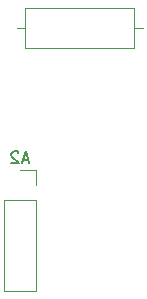
<source format=gbr>
%TF.GenerationSoftware,KiCad,Pcbnew,(5.1.12)-1*%
%TF.CreationDate,2022-06-03T18:51:51+02:00*%
%TF.ProjectId,pypilot-dome,70797069-6c6f-4742-9d64-6f6d652e6b69,rev?*%
%TF.SameCoordinates,Original*%
%TF.FileFunction,Legend,Bot*%
%TF.FilePolarity,Positive*%
%FSLAX46Y46*%
G04 Gerber Fmt 4.6, Leading zero omitted, Abs format (unit mm)*
G04 Created by KiCad (PCBNEW (5.1.12)-1) date 2022-06-03 18:51:51*
%MOMM*%
%LPD*%
G01*
G04 APERTURE LIST*
%ADD10C,0.120000*%
%ADD11C,0.150000*%
G04 APERTURE END LIST*
D10*
%TO.C,A2*%
X97850000Y-38795000D02*
X95190000Y-38795000D01*
X97850000Y-31115000D02*
X97850000Y-38795000D01*
X95190000Y-31115000D02*
X95190000Y-38795000D01*
X97850000Y-31115000D02*
X95190000Y-31115000D01*
X97850000Y-29845000D02*
X97850000Y-28515000D01*
X97850000Y-28515000D02*
X96520000Y-28515000D01*
%TO.C,R10*%
X96980000Y-18230000D02*
X96980000Y-14790000D01*
X96980000Y-14790000D02*
X106220000Y-14790000D01*
X106220000Y-14790000D02*
X106220000Y-18230000D01*
X106220000Y-18230000D02*
X96980000Y-18230000D01*
X96290000Y-16510000D02*
X96980000Y-16510000D01*
X106910000Y-16510000D02*
X106220000Y-16510000D01*
%TO.C,A2*%
D11*
X97234285Y-27681666D02*
X96758095Y-27681666D01*
X97329523Y-27967380D02*
X96996190Y-26967380D01*
X96662857Y-27967380D01*
X96377142Y-27062619D02*
X96329523Y-27015000D01*
X96234285Y-26967380D01*
X95996190Y-26967380D01*
X95900952Y-27015000D01*
X95853333Y-27062619D01*
X95805714Y-27157857D01*
X95805714Y-27253095D01*
X95853333Y-27395952D01*
X96424761Y-27967380D01*
X95805714Y-27967380D01*
%TD*%
M02*

</source>
